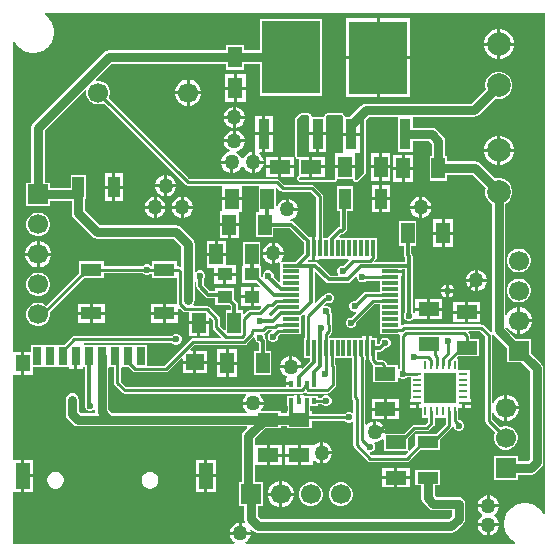
<source format=gtl>
G04*
G04 #@! TF.GenerationSoftware,Altium Limited,Altium Designer,22.8.2 (66)*
G04*
G04 Layer_Physical_Order=1*
G04 Layer_Color=255*
%FSLAX44Y44*%
%MOMM*%
G71*
G04*
G04 #@! TF.SameCoordinates,050CC896-B192-49FC-821C-D45D8B1C7AEE*
G04*
G04*
G04 #@! TF.FilePolarity,Positive*
G04*
G01*
G75*
%ADD11C,0.2540*%
%ADD15R,0.9500X2.6000*%
%ADD16R,4.9000X6.2000*%
%ADD17R,1.3000X1.1000*%
%ADD18R,1.1500X1.8000*%
%ADD19R,2.7000X2.6000*%
%ADD20R,0.2500X0.8000*%
%ADD21R,0.8000X0.2500*%
%ADD22R,1.8000X1.1500*%
%ADD23R,1.2300X1.8000*%
%ADD24R,1.8000X1.1000*%
%ADD25R,0.7000X1.6000*%
%ADD26R,1.2000X1.4000*%
%ADD27R,1.2000X2.2000*%
%ADD28R,1.6000X1.4000*%
%ADD29R,0.3500X0.5000*%
%ADD30R,1.8000X1.0000*%
%ADD31R,1.0000X1.8000*%
%ADD32R,1.4500X0.3000*%
%ADD33R,0.3000X1.4500*%
%ADD34R,1.8000X1.2300*%
%ADD60C,0.3000*%
%ADD61C,0.8000*%
%ADD62C,1.7000*%
%ADD63R,1.7000X1.7000*%
%ADD64C,2.0000*%
%ADD65R,1.7000X1.7000*%
%ADD66C,0.2000*%
%ADD67C,0.6000*%
%ADD68C,1.2700*%
G36*
X950000Y475111D02*
X948730Y474859D01*
X948544Y475308D01*
X946624Y478181D01*
X944181Y480624D01*
X941308Y482544D01*
X938116Y483866D01*
X934727Y484540D01*
X931273D01*
X927884Y483866D01*
X924692Y482544D01*
X921819Y480624D01*
X919376Y478181D01*
X917456Y475308D01*
X916134Y472116D01*
X915460Y468727D01*
Y465272D01*
X916134Y461884D01*
X917456Y458692D01*
X919376Y455819D01*
X921819Y453376D01*
X924692Y451456D01*
X925141Y451270D01*
X924889Y450000D01*
X696731D01*
X696391Y451270D01*
X697459Y451886D01*
X699114Y453541D01*
X700284Y455569D01*
X700863Y457730D01*
X683137D01*
X683716Y455569D01*
X684886Y453541D01*
X686541Y451886D01*
X687609Y451270D01*
X687269Y450000D01*
X500000D01*
Y494212D01*
X506570D01*
Y507752D01*
Y521292D01*
X500000D01*
Y593213D01*
X506570D01*
Y602752D01*
Y612293D01*
X500000D01*
Y874889D01*
X501270Y875141D01*
X501456Y874692D01*
X503376Y871819D01*
X505819Y869376D01*
X508692Y867456D01*
X511884Y866134D01*
X515272Y865460D01*
X518727D01*
X522116Y866134D01*
X525308Y867456D01*
X528181Y869376D01*
X530624Y871819D01*
X532544Y874692D01*
X533866Y877884D01*
X534540Y881273D01*
Y884727D01*
X533866Y888116D01*
X532544Y891308D01*
X530624Y894181D01*
X528181Y896624D01*
X526526Y897730D01*
X526911Y899000D01*
X950000D01*
Y475111D01*
D02*
G37*
%LPC*%
G36*
X912651Y885540D02*
X912270D01*
Y874270D01*
X923540D01*
Y874651D01*
X922685Y877840D01*
X921034Y880700D01*
X918700Y883035D01*
X915840Y884685D01*
X912651Y885540D01*
D02*
G37*
G36*
X909730D02*
X909349D01*
X906160Y884685D01*
X903300Y883035D01*
X900965Y880700D01*
X899315Y877840D01*
X898460Y874651D01*
Y874270D01*
X909730D01*
Y885540D01*
D02*
G37*
G36*
X761020Y894520D02*
X708980D01*
Y867627D01*
X695671D01*
Y872519D01*
X680331D01*
Y867627D01*
X580729D01*
X578575Y867198D01*
X576749Y865978D01*
X517020Y806249D01*
X515800Y804424D01*
X515372Y802270D01*
Y755820D01*
X510980D01*
Y735780D01*
X531020D01*
Y740172D01*
X549372D01*
Y730000D01*
X549800Y727846D01*
X551020Y726020D01*
X567020Y710020D01*
X568846Y708800D01*
X571000Y708372D01*
X635669D01*
X642372Y701669D01*
Y685112D01*
X641102Y684434D01*
X640811Y684628D01*
X639722Y684845D01*
X638520D01*
Y689020D01*
X617480D01*
Y685660D01*
X616210Y685182D01*
X615560Y685832D01*
X613899Y686520D01*
X612101D01*
X610440Y685832D01*
X609452Y684845D01*
X576520D01*
Y689020D01*
X555480D01*
Y679003D01*
X527924Y651447D01*
X527152Y652218D01*
X524868Y653537D01*
X522319Y654220D01*
X519681D01*
X517132Y653537D01*
X514848Y652218D01*
X512982Y650352D01*
X511663Y648068D01*
X510980Y645519D01*
Y642881D01*
X511663Y640332D01*
X512982Y638048D01*
X514848Y636182D01*
X517132Y634863D01*
X519681Y634180D01*
X522319D01*
X524868Y634863D01*
X527152Y636182D01*
X529018Y638048D01*
X530337Y640332D01*
X531020Y642881D01*
Y645519D01*
X530813Y646290D01*
X559503Y674980D01*
X576520D01*
Y679155D01*
X609452D01*
X610440Y678168D01*
X612101Y677480D01*
X613899D01*
X615560Y678168D01*
X616210Y678818D01*
X617480Y678340D01*
Y674980D01*
X638365D01*
Y666936D01*
X638345Y666836D01*
Y653179D01*
X638231Y653040D01*
X629270D01*
Y646270D01*
X639540D01*
Y649147D01*
X640713Y649633D01*
X643568Y646778D01*
X644491Y646161D01*
X645580Y645945D01*
X648710D01*
Y638270D01*
X657000D01*
X665290D01*
Y641723D01*
X666463Y642209D01*
X669155Y639517D01*
Y633304D01*
X669372Y632215D01*
X669988Y631292D01*
X676113Y625168D01*
X675627Y623994D01*
X652291D01*
X651203Y623778D01*
X650280Y623161D01*
X627926Y600807D01*
X612860D01*
Y618273D01*
X602820D01*
X602820Y618273D01*
X601860D01*
Y618273D01*
X601550Y618273D01*
X591820D01*
X591820Y618273D01*
X590860D01*
Y618273D01*
X590550Y618273D01*
X580820D01*
X580820Y618273D01*
X579860D01*
Y618273D01*
X579550Y618273D01*
X570130D01*
X569820Y618273D01*
Y618273D01*
X568860D01*
Y618273D01*
X559778D01*
X559593Y618458D01*
X559533Y619419D01*
X560155Y620155D01*
X634452D01*
X635440Y619168D01*
X637101Y618480D01*
X638899D01*
X640560Y619168D01*
X641832Y620440D01*
X642520Y622101D01*
Y623899D01*
X641832Y625560D01*
X640560Y626832D01*
X638899Y627520D01*
X637101D01*
X635440Y626832D01*
X634452Y625845D01*
X551587D01*
X550499Y625628D01*
X549576Y625011D01*
X542837Y618273D01*
X537130D01*
X536820Y618273D01*
X535860D01*
X535550Y618273D01*
X526130D01*
X525820Y618273D01*
X524860D01*
X524550Y618273D01*
X514820D01*
Y612293D01*
X509110D01*
Y602752D01*
Y593213D01*
X516380D01*
Y599232D01*
X524550D01*
X524860Y599232D01*
X525820D01*
X526130Y599232D01*
X535550D01*
X535860Y599232D01*
X536820D01*
X537130Y599232D01*
X546800D01*
Y598213D01*
X551570D01*
Y608753D01*
X554110D01*
Y598213D01*
X558880D01*
Y599232D01*
X560761D01*
Y568972D01*
X560814Y568705D01*
X560480Y567899D01*
Y566101D01*
X561168Y564440D01*
X562440Y563168D01*
X564101Y562480D01*
X565899D01*
X567560Y563168D01*
X567942Y563550D01*
X569212Y563024D01*
Y561160D01*
X568775Y560628D01*
X557018D01*
X555628Y562018D01*
Y572000D01*
X555200Y574154D01*
X553980Y575980D01*
X552154Y577200D01*
X550000Y577628D01*
X547846Y577200D01*
X546020Y575980D01*
X544800Y574154D01*
X544372Y572000D01*
Y559686D01*
X544800Y557533D01*
X546020Y555707D01*
X550707Y551020D01*
X552533Y549800D01*
X554686Y549372D01*
X697504D01*
X697990Y548199D01*
X695020Y545229D01*
X693800Y543403D01*
X693372Y541249D01*
Y502020D01*
X691180D01*
Y481980D01*
X695572D01*
Y470800D01*
X696000Y468646D01*
X696187Y468367D01*
X695488Y467375D01*
X695372Y467300D01*
X693270Y467863D01*
Y460270D01*
X700863D01*
X700457Y461788D01*
X701595Y462445D01*
X703020Y461020D01*
X704846Y459800D01*
X707000Y459372D01*
X871000D01*
X873154Y459800D01*
X874980Y461020D01*
X880980Y467020D01*
X882200Y468846D01*
X882628Y471000D01*
Y484000D01*
X882200Y486154D01*
X880980Y487980D01*
X879154Y489200D01*
X877000Y489628D01*
X858018D01*
X856628Y491017D01*
Y499480D01*
X861520D01*
Y512520D01*
X840480D01*
Y499480D01*
X845372D01*
Y488686D01*
X845800Y486533D01*
X847020Y484707D01*
X851707Y480020D01*
X853532Y478800D01*
X855686Y478372D01*
X871372D01*
Y473331D01*
X868669Y470628D01*
X709331D01*
X706828Y473131D01*
Y481980D01*
X711220D01*
Y502020D01*
X704628D01*
Y516710D01*
X714730D01*
Y525000D01*
Y533290D01*
X704628D01*
Y538918D01*
X713440Y547730D01*
X726520D01*
Y549372D01*
X731480D01*
Y547730D01*
X752520D01*
Y554155D01*
X780452D01*
X781440Y553168D01*
X783101Y552480D01*
X784899D01*
X786560Y553168D01*
X786695Y553303D01*
X787965Y552777D01*
Y533190D01*
X788182Y532101D01*
X788799Y531179D01*
X799988Y519989D01*
X800911Y519372D01*
X802000Y519155D01*
X833000D01*
X834089Y519372D01*
X835011Y519989D01*
X844503Y529480D01*
X861520D01*
Y538497D01*
X871012Y547989D01*
X871354Y548501D01*
X871521Y548535D01*
X872713Y548479D01*
X872742Y548467D01*
X873168Y547440D01*
X874440Y546168D01*
X876101Y545480D01*
X877899D01*
X879560Y546168D01*
X880832Y547440D01*
X881520Y549101D01*
Y550899D01*
X880832Y552560D01*
X879560Y553832D01*
X877899Y554520D01*
X877439D01*
X876845Y555115D01*
Y562000D01*
X876770Y562375D01*
Y565210D01*
X879730D01*
Y569000D01*
X881000D01*
Y570270D01*
X887540D01*
Y572790D01*
X886520D01*
Y586230D01*
Y596770D01*
X876770D01*
Y606520D01*
X876007D01*
X875521Y607693D01*
X876503Y608676D01*
X879520D01*
X879794Y608730D01*
X894520D01*
Y623270D01*
X886844D01*
Y626000D01*
X886628Y627089D01*
X886011Y628012D01*
X885171Y628852D01*
X885657Y630025D01*
X894952D01*
X899714Y625263D01*
Y554041D01*
X899931Y552952D01*
X900548Y552029D01*
X908192Y544385D01*
X907663Y543468D01*
X906980Y540919D01*
Y538281D01*
X907663Y535732D01*
X908982Y533448D01*
X910848Y531582D01*
X913132Y530263D01*
X915681Y529580D01*
X918319D01*
X920868Y530263D01*
X923152Y531582D01*
X925018Y533448D01*
X926337Y535732D01*
X927020Y538281D01*
Y540919D01*
X926337Y543468D01*
X925018Y545752D01*
X923152Y547618D01*
X920868Y548937D01*
X918319Y549620D01*
X915681D01*
X913132Y548937D01*
X912215Y548408D01*
X905404Y555219D01*
Y560716D01*
X906674Y560883D01*
X906712Y560739D01*
X908166Y558221D01*
X910221Y556166D01*
X912739Y554712D01*
X915547Y553960D01*
X915730D01*
Y565000D01*
Y576040D01*
X915547D01*
X912739Y575288D01*
X910221Y573834D01*
X908166Y571779D01*
X906712Y569261D01*
X906674Y569117D01*
X905404Y569284D01*
Y626441D01*
X905315Y626886D01*
X906512Y627382D01*
X907020Y626620D01*
X917980Y615661D01*
Y603580D01*
X930061D01*
X937372Y596269D01*
Y521218D01*
X935983Y519828D01*
X927020D01*
Y524220D01*
X906980D01*
Y504180D01*
X927020D01*
Y508572D01*
X938314D01*
X940468Y509000D01*
X942293Y510220D01*
X946980Y514907D01*
X948200Y516732D01*
X948628Y518886D01*
Y598600D01*
X948200Y600754D01*
X946980Y602580D01*
X938020Y611539D01*
Y623620D01*
X925939D01*
X916672Y632887D01*
X916784Y633888D01*
X917998Y634244D01*
X919166Y632221D01*
X921221Y630166D01*
X923739Y628712D01*
X926547Y627960D01*
X926730D01*
Y639000D01*
Y650040D01*
X926547D01*
X923739Y649288D01*
X921221Y647834D01*
X919166Y645779D01*
X917898Y643583D01*
X916628Y643923D01*
Y737947D01*
X918074Y738782D01*
X920218Y740927D01*
X921735Y743553D01*
X922520Y746483D01*
Y749517D01*
X921735Y752447D01*
X920218Y755073D01*
X918074Y757218D01*
X915447Y758735D01*
X912517Y759520D01*
X909483D01*
X907871Y759088D01*
X894979Y771980D01*
X893154Y773200D01*
X891000Y773628D01*
X867270D01*
Y778520D01*
X865628D01*
Y791000D01*
X865200Y793154D01*
X863980Y794979D01*
X858480Y800480D01*
X856654Y801700D01*
X854500Y802128D01*
X838070D01*
X838070Y811020D01*
X839194Y811372D01*
X890000D01*
X892154Y811800D01*
X893980Y813020D01*
X907871Y826912D01*
X909483Y826480D01*
X912517D01*
X915447Y827265D01*
X918074Y828782D01*
X920218Y830927D01*
X921735Y833553D01*
X922520Y836483D01*
Y839517D01*
X921735Y842447D01*
X920218Y845073D01*
X918074Y847218D01*
X915447Y848735D01*
X912517Y849520D01*
X909483D01*
X906553Y848735D01*
X903926Y847218D01*
X901782Y845073D01*
X900265Y842447D01*
X899480Y839517D01*
Y836483D01*
X899912Y834871D01*
X887669Y822628D01*
X798450D01*
X796296Y822200D01*
X794470Y820980D01*
X784511Y811020D01*
X781505D01*
X780555Y811730D01*
X780555Y812040D01*
X780350Y812535D01*
X780208Y813052D01*
X779459Y814012D01*
X779366Y814064D01*
X779325Y814163D01*
X778830Y814368D01*
X778364Y814633D01*
X778260Y814604D01*
X778162Y814645D01*
X766170D01*
X765860Y814517D01*
X765524Y814513D01*
X764445Y814053D01*
X764222Y813826D01*
X763927Y813703D01*
X763798Y813394D01*
X763564Y813154D01*
X763567Y812835D01*
X763445Y812540D01*
X763445Y811730D01*
X762271Y811520D01*
X753329D01*
X752155Y811730D01*
X752155Y812540D01*
X752033Y812835D01*
X752036Y813154D01*
X751802Y813394D01*
X751673Y813703D01*
X751378Y813826D01*
X751155Y814053D01*
X750076Y814514D01*
X749740Y814517D01*
X749430Y814645D01*
X744000D01*
X742837Y814163D01*
X738837Y810163D01*
X738355Y809000D01*
Y778770D01*
X738483Y778460D01*
X738486Y778124D01*
X738947Y777045D01*
X739174Y776822D01*
X739297Y776527D01*
X739606Y776398D01*
X739846Y776164D01*
X740165Y776167D01*
X740460Y776045D01*
X741480D01*
Y761595D01*
X741186Y761473D01*
X741061Y761171D01*
X740829Y760940D01*
X740343Y759766D01*
Y759439D01*
X740218Y759137D01*
X740343Y758834D01*
Y758507D01*
X740575Y758276D01*
X740700Y757973D01*
X741837Y756837D01*
X743000Y756355D01*
X772710D01*
X773873Y756837D01*
X774355Y758000D01*
Y758480D01*
X787645D01*
Y758000D01*
X788127Y756837D01*
X789290Y756355D01*
X791000D01*
X792163Y756837D01*
X798163Y762837D01*
X798645Y764000D01*
Y809000D01*
X798576Y809167D01*
X800781Y811372D01*
X824406D01*
X825530Y811020D01*
X825530Y810102D01*
Y781980D01*
X838070D01*
Y790872D01*
X852169D01*
X854372Y788669D01*
Y778520D01*
X852730D01*
Y757480D01*
X867270D01*
Y762372D01*
X888669D01*
X899912Y751129D01*
X899480Y749517D01*
Y746483D01*
X900265Y743553D01*
X901782Y740927D01*
X903926Y738782D01*
X905372Y737947D01*
Y630600D01*
X905593Y629488D01*
X904624Y628547D01*
X904488Y628535D01*
X898141Y634882D01*
X897219Y635498D01*
X896130Y635715D01*
X831128D01*
X830040Y635498D01*
X829290Y634997D01*
X828020Y635352D01*
Y647480D01*
Y657480D01*
Y667480D01*
Y676460D01*
X829040D01*
Y679230D01*
X819250D01*
Y681770D01*
X829040D01*
Y682421D01*
X831921D01*
Y646313D01*
X831168Y645560D01*
X830480Y643899D01*
Y642101D01*
X831168Y640440D01*
X832440Y639168D01*
X834101Y638480D01*
X835899D01*
X837560Y639168D01*
X838832Y640440D01*
X838920Y640653D01*
X840190Y640440D01*
Y640440D01*
X850460D01*
Y647460D01*
X840190D01*
Y645599D01*
X838920Y645347D01*
X838832Y645560D01*
X838079Y646313D01*
Y686000D01*
Y693501D01*
X837845Y694679D01*
X837177Y695678D01*
X837079Y695776D01*
Y702480D01*
X841270D01*
Y723520D01*
X826730D01*
Y702480D01*
X830921D01*
Y694500D01*
X831155Y693322D01*
X831823Y692323D01*
X831921Y692225D01*
Y688579D01*
X806207D01*
X805721Y689753D01*
X806282Y690313D01*
X806898Y691236D01*
X806947Y691480D01*
X807520D01*
Y709020D01*
X776263D01*
X775777Y710193D01*
X777505Y711921D01*
X778243D01*
X779421Y712155D01*
X780420Y712823D01*
X781844Y714247D01*
X782511Y715246D01*
X782746Y716424D01*
Y731480D01*
X787520D01*
Y752520D01*
X774480D01*
Y731480D01*
X776587D01*
Y718079D01*
X776229D01*
X775051Y717845D01*
X774052Y717177D01*
X767323Y710448D01*
X766655Y709449D01*
X766570Y709020D01*
X762345D01*
Y744500D01*
X762128Y745589D01*
X761512Y746512D01*
X755012Y753011D01*
X754089Y753628D01*
X753000Y753845D01*
X729178D01*
X725012Y758011D01*
X724089Y758628D01*
X723000Y758845D01*
X649178D01*
X580808Y827215D01*
X581337Y828132D01*
X582020Y830681D01*
Y833319D01*
X581337Y835868D01*
X580018Y838152D01*
X578152Y840018D01*
X575868Y841337D01*
X573319Y842020D01*
X570681D01*
X570442Y841956D01*
X569784Y843095D01*
X583060Y856370D01*
X680331D01*
Y851479D01*
X695671D01*
Y856370D01*
X708980D01*
Y829480D01*
X761020D01*
Y894520D01*
D02*
G37*
G36*
X836040Y895040D02*
X810270D01*
Y862770D01*
X836040D01*
Y895040D01*
D02*
G37*
G36*
X807730D02*
X781960D01*
Y862770D01*
X807730D01*
Y895040D01*
D02*
G37*
G36*
X923540Y871730D02*
X912270D01*
Y860460D01*
X912651D01*
X915840Y861315D01*
X918700Y862965D01*
X921034Y865300D01*
X922685Y868160D01*
X923540Y871349D01*
Y871730D01*
D02*
G37*
G36*
X909730D02*
X898460D01*
Y871349D01*
X899315Y868160D01*
X900965Y865300D01*
X903300Y862965D01*
X906160Y861315D01*
X909349Y860460D01*
X909730D01*
Y871730D01*
D02*
G37*
G36*
X696691Y847339D02*
X689271D01*
Y837069D01*
X696691D01*
Y847339D01*
D02*
G37*
G36*
X686731D02*
X679311D01*
Y837069D01*
X686731D01*
Y847339D01*
D02*
G37*
G36*
X649453Y843040D02*
X649270D01*
Y833270D01*
X659040D01*
Y833454D01*
X658288Y836261D01*
X656834Y838779D01*
X654779Y840834D01*
X652261Y842288D01*
X649453Y843040D01*
D02*
G37*
G36*
X646730D02*
X646547D01*
X643739Y842288D01*
X641221Y840834D01*
X639166Y838779D01*
X637712Y836261D01*
X636960Y833454D01*
Y833270D01*
X646730D01*
Y843040D01*
D02*
G37*
G36*
X836040Y860230D02*
X810270D01*
Y827960D01*
X836040D01*
Y860230D01*
D02*
G37*
G36*
X807730D02*
X781960D01*
Y827960D01*
X807730D01*
Y860230D01*
D02*
G37*
G36*
X696691Y834529D02*
X689271D01*
Y824259D01*
X696691D01*
Y834529D01*
D02*
G37*
G36*
X686731D02*
X679311D01*
Y824259D01*
X686731D01*
Y834529D01*
D02*
G37*
G36*
X659040Y830730D02*
X649270D01*
Y820960D01*
X649453D01*
X652261Y821712D01*
X654779Y823166D01*
X656834Y825221D01*
X658288Y827739D01*
X659040Y830547D01*
Y830730D01*
D02*
G37*
G36*
X646730D02*
X636960D01*
Y830547D01*
X637712Y827739D01*
X639166Y825221D01*
X641221Y823166D01*
X643739Y821712D01*
X646547Y820960D01*
X646730D01*
Y830730D01*
D02*
G37*
G36*
X688270Y819863D02*
Y812270D01*
X695863D01*
X695284Y814431D01*
X694114Y816459D01*
X692459Y818114D01*
X690431Y819284D01*
X688270Y819863D01*
D02*
G37*
G36*
X685730D02*
X683569Y819284D01*
X681541Y818114D01*
X679886Y816459D01*
X678716Y814431D01*
X678137Y812270D01*
X685730D01*
Y819863D01*
D02*
G37*
G36*
X695863Y809730D02*
X688270D01*
Y802137D01*
X690431Y802716D01*
X692459Y803886D01*
X694114Y805541D01*
X695284Y807569D01*
X695863Y809730D01*
D02*
G37*
G36*
X685730D02*
X678137D01*
X678716Y807569D01*
X679886Y805541D01*
X681541Y803886D01*
X683569Y802716D01*
X685730Y802137D01*
Y809730D01*
D02*
G37*
G36*
X719490Y812540D02*
X713470D01*
Y798270D01*
X719490D01*
Y812540D01*
D02*
G37*
G36*
X710930D02*
X704910D01*
Y798270D01*
X710930D01*
Y812540D01*
D02*
G37*
G36*
X688270Y799863D02*
Y792270D01*
X695863D01*
X695284Y794431D01*
X694114Y796459D01*
X692459Y798114D01*
X690431Y799284D01*
X688270Y799863D01*
D02*
G37*
G36*
X685730D02*
X683569Y799284D01*
X681541Y798114D01*
X679886Y796459D01*
X678716Y794431D01*
X678137Y792270D01*
X685730D01*
Y799863D01*
D02*
G37*
G36*
X912651Y795540D02*
X912270D01*
Y784270D01*
X923540D01*
Y784651D01*
X922685Y787840D01*
X921034Y790700D01*
X918700Y793035D01*
X915840Y794685D01*
X912651Y795540D01*
D02*
G37*
G36*
X909730D02*
X909349D01*
X906160Y794685D01*
X903300Y793035D01*
X900965Y790700D01*
X899315Y787840D01*
X898460Y784651D01*
Y784270D01*
X909730D01*
Y795540D01*
D02*
G37*
G36*
X719490Y795730D02*
X713470D01*
Y781460D01*
X719490D01*
Y795730D01*
D02*
G37*
G36*
X710930D02*
X704910D01*
Y782458D01*
X704270Y781966D01*
Y774270D01*
X711863D01*
X711284Y776431D01*
X710114Y778459D01*
X708459Y780114D01*
X708327Y780190D01*
X708667Y781460D01*
X710930D01*
Y795730D01*
D02*
G37*
G36*
X923540Y781730D02*
X912270D01*
Y770460D01*
X912651D01*
X915840Y771315D01*
X918700Y772965D01*
X921034Y775300D01*
X922685Y778160D01*
X923540Y781349D01*
Y781730D01*
D02*
G37*
G36*
X909730D02*
X898460D01*
Y781349D01*
X899315Y778160D01*
X900965Y775300D01*
X903300Y772965D01*
X906160Y771315D01*
X909349Y770460D01*
X909730D01*
Y781730D01*
D02*
G37*
G36*
X737340Y777690D02*
X727070D01*
Y770270D01*
X737340D01*
Y777690D01*
D02*
G37*
G36*
X724530D02*
X714260D01*
Y770270D01*
X724530D01*
Y777690D01*
D02*
G37*
G36*
X819290Y780540D02*
X812270D01*
Y770270D01*
X819290D01*
Y780540D01*
D02*
G37*
G36*
X809730D02*
X802710D01*
Y770270D01*
X809730D01*
Y780540D01*
D02*
G37*
G36*
X838290Y779540D02*
X831270D01*
Y769270D01*
X838290D01*
Y779540D01*
D02*
G37*
G36*
X828730D02*
X821710D01*
Y769270D01*
X828730D01*
Y779540D01*
D02*
G37*
G36*
X711863Y771730D02*
X704270D01*
Y764137D01*
X706431Y764716D01*
X708459Y765886D01*
X710114Y767541D01*
X711284Y769569D01*
X711863Y771730D01*
D02*
G37*
G36*
X695863Y789730D02*
X678137D01*
X678716Y787569D01*
X679886Y785541D01*
X681541Y783886D01*
X683073Y783002D01*
X682893Y781639D01*
X681569Y781284D01*
X679541Y780114D01*
X677886Y778459D01*
X676716Y776431D01*
X676137Y774270D01*
X685000D01*
Y773000D01*
X686270D01*
Y764137D01*
X688431Y764716D01*
X690459Y765886D01*
X692114Y767541D01*
X693284Y769569D01*
X693343Y769787D01*
X694657D01*
X694716Y769569D01*
X695886Y767541D01*
X697541Y765886D01*
X699569Y764716D01*
X701730Y764137D01*
Y773000D01*
Y781863D01*
X699569Y781284D01*
X697541Y780114D01*
X695886Y778459D01*
X694716Y776431D01*
X694657Y776213D01*
X693343D01*
X693284Y776431D01*
X692114Y778459D01*
X690459Y780114D01*
X688927Y780998D01*
X689107Y782361D01*
X690431Y782716D01*
X692459Y783886D01*
X694114Y785541D01*
X695284Y787569D01*
X695863Y789730D01*
D02*
G37*
G36*
X683730Y771730D02*
X676137D01*
X676716Y769569D01*
X677886Y767541D01*
X679541Y765886D01*
X681569Y764716D01*
X683730Y764137D01*
Y771730D01*
D02*
G37*
G36*
X737340Y767730D02*
X727070D01*
Y760310D01*
X737340D01*
Y767730D01*
D02*
G37*
G36*
X724530D02*
X714260D01*
Y760310D01*
X724530D01*
Y767730D01*
D02*
G37*
G36*
X819290Y767730D02*
X812270D01*
Y757460D01*
X819290D01*
Y767730D01*
D02*
G37*
G36*
X809730D02*
X802710D01*
Y757460D01*
X809730D01*
Y767730D01*
D02*
G37*
G36*
X838290Y766730D02*
X831270D01*
Y756460D01*
X838290D01*
Y766730D01*
D02*
G37*
G36*
X828730D02*
X821710D01*
Y756460D01*
X828730D01*
Y766730D01*
D02*
G37*
G36*
X818540Y753540D02*
X812270D01*
Y743270D01*
X818540D01*
Y753540D01*
D02*
G37*
G36*
X809730D02*
X803460D01*
Y743270D01*
X809730D01*
Y753540D01*
D02*
G37*
G36*
X846270Y743863D02*
Y736270D01*
X853863D01*
X853284Y738431D01*
X852114Y740459D01*
X850459Y742114D01*
X848431Y743284D01*
X846270Y743863D01*
D02*
G37*
G36*
X843730D02*
X841569Y743284D01*
X839541Y742114D01*
X837886Y740459D01*
X836716Y738431D01*
X836137Y736270D01*
X843730D01*
Y743863D01*
D02*
G37*
G36*
X818540Y740730D02*
X812270D01*
Y730460D01*
X818540D01*
Y740730D01*
D02*
G37*
G36*
X809730D02*
X803460D01*
Y730460D01*
X809730D01*
Y740730D01*
D02*
G37*
G36*
X853863Y733730D02*
X846270D01*
Y726137D01*
X848431Y726716D01*
X850459Y727886D01*
X852114Y729541D01*
X853284Y731569D01*
X853863Y733730D01*
D02*
G37*
G36*
X843730D02*
X836137D01*
X836716Y731569D01*
X837886Y729541D01*
X839541Y727886D01*
X841569Y726716D01*
X843730Y726137D01*
Y733730D01*
D02*
G37*
G36*
X872290Y724540D02*
X865270D01*
Y714270D01*
X872290D01*
Y724540D01*
D02*
G37*
G36*
X862730D02*
X855710D01*
Y714270D01*
X862730D01*
Y724540D01*
D02*
G37*
G36*
X522319Y730420D02*
X519681D01*
X517132Y729737D01*
X514848Y728418D01*
X512982Y726552D01*
X511663Y724268D01*
X510980Y721719D01*
Y719081D01*
X511663Y716532D01*
X512982Y714248D01*
X514848Y712382D01*
X517132Y711063D01*
X519681Y710380D01*
X522319D01*
X524868Y711063D01*
X527152Y712382D01*
X529018Y714248D01*
X530337Y716532D01*
X531020Y719081D01*
Y721719D01*
X530337Y724268D01*
X529018Y726552D01*
X527152Y728418D01*
X524868Y729737D01*
X522319Y730420D01*
D02*
G37*
G36*
X872290Y711730D02*
X865270D01*
Y701460D01*
X872290D01*
Y711730D01*
D02*
G37*
G36*
X862730D02*
X855710D01*
Y701460D01*
X862730D01*
Y711730D01*
D02*
G37*
G36*
X522453Y706040D02*
X522270D01*
Y696270D01*
X532040D01*
Y696453D01*
X531288Y699261D01*
X529834Y701779D01*
X527779Y703834D01*
X525261Y705288D01*
X522453Y706040D01*
D02*
G37*
G36*
X519730D02*
X519547D01*
X516739Y705288D01*
X514221Y703834D01*
X512166Y701779D01*
X510712Y699261D01*
X509960Y696453D01*
Y696270D01*
X519730D01*
Y706040D01*
D02*
G37*
G36*
X532040Y693730D02*
X522270D01*
Y683960D01*
X522453D01*
X525261Y684712D01*
X527779Y686166D01*
X529834Y688221D01*
X531288Y690739D01*
X532040Y693547D01*
Y693730D01*
D02*
G37*
G36*
X519730D02*
X509960D01*
Y693547D01*
X510712Y690739D01*
X512166Y688221D01*
X514221Y686166D01*
X516739Y684712D01*
X519547Y683960D01*
X519730D01*
Y693730D01*
D02*
G37*
G36*
X929319Y699820D02*
X926681D01*
X924132Y699137D01*
X921848Y697818D01*
X919982Y695952D01*
X918663Y693668D01*
X917980Y691119D01*
Y688481D01*
X918663Y685932D01*
X919982Y683648D01*
X921848Y681782D01*
X924132Y680463D01*
X926681Y679780D01*
X929319D01*
X931868Y680463D01*
X934152Y681782D01*
X936018Y683648D01*
X937337Y685932D01*
X938020Y688481D01*
Y691119D01*
X937337Y693668D01*
X936018Y695952D01*
X934152Y697818D01*
X931868Y699137D01*
X929319Y699820D01*
D02*
G37*
G36*
X893270Y681863D02*
Y674270D01*
X900863D01*
X900284Y676431D01*
X899114Y678459D01*
X897459Y680114D01*
X895431Y681284D01*
X893270Y681863D01*
D02*
G37*
G36*
X890730D02*
X888569Y681284D01*
X886541Y680114D01*
X884886Y678459D01*
X883716Y676431D01*
X883137Y674270D01*
X890730D01*
Y681863D01*
D02*
G37*
G36*
X869270Y669470D02*
Y665270D01*
X873470D01*
X872697Y667138D01*
X871138Y668697D01*
X869270Y669470D01*
D02*
G37*
G36*
X866730D02*
X864862Y668697D01*
X863303Y667138D01*
X862530Y665270D01*
X866730D01*
Y669470D01*
D02*
G37*
G36*
X900863Y671730D02*
X893270D01*
Y664137D01*
X895431Y664716D01*
X897459Y665886D01*
X899114Y667541D01*
X900284Y669569D01*
X900863Y671730D01*
D02*
G37*
G36*
X890730D02*
X883137D01*
X883716Y669569D01*
X884886Y667541D01*
X886541Y665886D01*
X888569Y664716D01*
X890730Y664137D01*
Y671730D01*
D02*
G37*
G36*
X522319Y679620D02*
X519681D01*
X517132Y678937D01*
X514848Y677618D01*
X512982Y675752D01*
X511663Y673468D01*
X510980Y670919D01*
Y668281D01*
X511663Y665732D01*
X512982Y663448D01*
X514848Y661582D01*
X517132Y660263D01*
X519681Y659580D01*
X522319D01*
X524868Y660263D01*
X527152Y661582D01*
X529018Y663448D01*
X530337Y665732D01*
X531020Y668281D01*
Y670919D01*
X530337Y673468D01*
X529018Y675752D01*
X527152Y677618D01*
X524868Y678937D01*
X522319Y679620D01*
D02*
G37*
G36*
X873470Y662730D02*
X869270D01*
Y658530D01*
X871138Y659303D01*
X872697Y660862D01*
X873470Y662730D01*
D02*
G37*
G36*
X866730D02*
X862530D01*
X863303Y660862D01*
X864862Y659303D01*
X866730Y658530D01*
Y662730D01*
D02*
G37*
G36*
X929319Y674420D02*
X926681D01*
X924132Y673737D01*
X921848Y672418D01*
X919982Y670552D01*
X918663Y668268D01*
X917980Y665719D01*
Y663081D01*
X918663Y660532D01*
X919982Y658248D01*
X921848Y656382D01*
X924132Y655063D01*
X926681Y654380D01*
X929319D01*
X931868Y655063D01*
X934152Y656382D01*
X936018Y658248D01*
X937337Y660532D01*
X938020Y663081D01*
Y665719D01*
X937337Y668268D01*
X936018Y670552D01*
X934152Y672418D01*
X931868Y673737D01*
X929319Y674420D01*
D02*
G37*
G36*
X863270Y657020D02*
X853000D01*
Y650000D01*
X863270D01*
Y657020D01*
D02*
G37*
G36*
X850460D02*
X840190D01*
Y650000D01*
X850460D01*
Y657020D01*
D02*
G37*
G36*
X895540Y654290D02*
X885270D01*
Y647270D01*
X895540D01*
Y654290D01*
D02*
G37*
G36*
X882730D02*
X872460D01*
Y647270D01*
X882730D01*
Y654290D01*
D02*
G37*
G36*
X577540Y653040D02*
X567270D01*
Y646270D01*
X577540D01*
Y653040D01*
D02*
G37*
G36*
X626730D02*
X616460D01*
Y646270D01*
X626730D01*
Y653040D01*
D02*
G37*
G36*
X564730D02*
X554460D01*
Y646270D01*
X564730D01*
Y653040D01*
D02*
G37*
G36*
X863270Y647460D02*
X853000D01*
Y640440D01*
X863270D01*
Y647460D01*
D02*
G37*
G36*
X929453Y650040D02*
X929270D01*
Y640270D01*
X939040D01*
Y640453D01*
X938288Y643261D01*
X936834Y645779D01*
X934779Y647834D01*
X932261Y649288D01*
X929453Y650040D01*
D02*
G37*
G36*
X895540Y644730D02*
X885270D01*
Y637710D01*
X895540D01*
Y644730D01*
D02*
G37*
G36*
X882730D02*
X872460D01*
Y637710D01*
X882730D01*
Y644730D01*
D02*
G37*
G36*
X639540Y643730D02*
X629270D01*
Y636960D01*
X639540D01*
Y643730D01*
D02*
G37*
G36*
X626730D02*
X616460D01*
Y636960D01*
X626730D01*
Y643730D01*
D02*
G37*
G36*
X577540D02*
X567270D01*
Y636960D01*
X577540D01*
Y643730D01*
D02*
G37*
G36*
X564730D02*
X554460D01*
Y636960D01*
X564730D01*
Y643730D01*
D02*
G37*
G36*
X939040Y637730D02*
X929270D01*
Y627960D01*
X929453D01*
X932261Y628712D01*
X934779Y630166D01*
X936834Y632221D01*
X938288Y634739D01*
X939040Y637547D01*
Y637730D01*
D02*
G37*
G36*
X665290Y635730D02*
X658270D01*
Y625460D01*
X665290D01*
Y635730D01*
D02*
G37*
G36*
X655730D02*
X648710D01*
Y625460D01*
X655730D01*
Y635730D01*
D02*
G37*
G36*
X918453Y576040D02*
X918270D01*
Y566270D01*
X928040D01*
Y566453D01*
X927288Y569261D01*
X925834Y571779D01*
X923779Y573834D01*
X921261Y575288D01*
X918453Y576040D01*
D02*
G37*
G36*
X887540Y567730D02*
X882270D01*
Y565210D01*
X887540D01*
Y567730D01*
D02*
G37*
G36*
X928040Y563730D02*
X918270D01*
Y553960D01*
X918453D01*
X921261Y554712D01*
X923779Y556166D01*
X925834Y558221D01*
X927288Y560739D01*
X928040Y563546D01*
Y563730D01*
D02*
G37*
G36*
X759730Y535863D02*
X757569Y535284D01*
X755541Y534114D01*
X754783Y533355D01*
X753540Y533290D01*
X753540Y533290D01*
X753540Y533290D01*
X743270D01*
Y525000D01*
Y516710D01*
X753540D01*
Y520091D01*
X754810Y520617D01*
X755541Y519886D01*
X757569Y518716D01*
X759730Y518137D01*
Y527000D01*
Y535863D01*
D02*
G37*
G36*
X762270D02*
Y528270D01*
X769863D01*
X769284Y530431D01*
X768114Y532459D01*
X766459Y534114D01*
X764431Y535284D01*
X762270Y535863D01*
D02*
G37*
G36*
X740730Y533290D02*
X730460D01*
Y526270D01*
X740730D01*
Y533290D01*
D02*
G37*
G36*
X727540D02*
X717270D01*
Y526270D01*
X727540D01*
Y533290D01*
D02*
G37*
G36*
X769863Y525730D02*
X762270D01*
Y518137D01*
X764431Y518716D01*
X766459Y519886D01*
X768114Y521541D01*
X769284Y523569D01*
X769863Y525730D01*
D02*
G37*
G36*
X740730Y523730D02*
X730460D01*
Y516710D01*
X740730D01*
Y523730D01*
D02*
G37*
G36*
X727540D02*
X717270D01*
Y516710D01*
X727540D01*
Y523730D01*
D02*
G37*
G36*
X516380Y521292D02*
X509110D01*
Y509022D01*
X516380D01*
Y521292D01*
D02*
G37*
G36*
X671380Y521292D02*
X664110D01*
Y509022D01*
X671380D01*
Y521292D01*
D02*
G37*
G36*
X661570D02*
X654300D01*
Y509022D01*
X661570D01*
Y521292D01*
D02*
G37*
G36*
X835540Y514290D02*
X825270D01*
Y507270D01*
X835540D01*
Y514290D01*
D02*
G37*
G36*
X822730D02*
X812460D01*
Y507270D01*
X822730D01*
Y514290D01*
D02*
G37*
G36*
X835540Y504730D02*
X825270D01*
Y497710D01*
X835540D01*
Y504730D01*
D02*
G37*
G36*
X822730D02*
X812460D01*
Y497710D01*
X822730D01*
Y504730D01*
D02*
G37*
G36*
X616767Y510793D02*
X614913D01*
X613123Y510313D01*
X611517Y509386D01*
X610207Y508075D01*
X609280Y506470D01*
X608800Y504679D01*
Y502826D01*
X609280Y501035D01*
X610207Y499430D01*
X611517Y498119D01*
X613123Y497192D01*
X614913Y496712D01*
X616767D01*
X618557Y497192D01*
X620163Y498119D01*
X621473Y499430D01*
X622400Y501035D01*
X622880Y502826D01*
Y504679D01*
X622400Y506470D01*
X621473Y508075D01*
X620163Y509386D01*
X618557Y510313D01*
X616767Y510793D01*
D02*
G37*
G36*
X536767D02*
X534913D01*
X533123Y510313D01*
X531517Y509386D01*
X530207Y508075D01*
X529280Y506470D01*
X528800Y504679D01*
Y502826D01*
X529280Y501035D01*
X530207Y499430D01*
X531517Y498119D01*
X533123Y497192D01*
X534913Y496712D01*
X536767D01*
X538557Y497192D01*
X540163Y498119D01*
X541473Y499430D01*
X542400Y501035D01*
X542880Y502826D01*
Y504679D01*
X542400Y506470D01*
X541473Y508075D01*
X540163Y509386D01*
X538557Y510313D01*
X536767Y510793D01*
D02*
G37*
G36*
X516380Y506483D02*
X509110D01*
Y494212D01*
X516380D01*
Y506483D01*
D02*
G37*
G36*
X671380Y506483D02*
X664110D01*
Y494212D01*
X671380D01*
Y506483D01*
D02*
G37*
G36*
X661570D02*
X654300D01*
Y494212D01*
X661570D01*
Y506483D01*
D02*
G37*
G36*
X728053Y503040D02*
X727870D01*
Y493270D01*
X737640D01*
Y493453D01*
X736888Y496261D01*
X735434Y498779D01*
X733379Y500834D01*
X730861Y502288D01*
X728053Y503040D01*
D02*
G37*
G36*
X725330D02*
X725147D01*
X722339Y502288D01*
X719821Y500834D01*
X717766Y498779D01*
X716312Y496261D01*
X715560Y493453D01*
Y493270D01*
X725330D01*
Y503040D01*
D02*
G37*
G36*
X903270Y490863D02*
Y483270D01*
X910863D01*
X910284Y485431D01*
X909114Y487459D01*
X907459Y489114D01*
X905431Y490284D01*
X903270Y490863D01*
D02*
G37*
G36*
X900730D02*
X898569Y490284D01*
X896541Y489114D01*
X894886Y487459D01*
X893716Y485431D01*
X893137Y483270D01*
X900730D01*
Y490863D01*
D02*
G37*
G36*
X778719Y502020D02*
X776081D01*
X773532Y501337D01*
X771248Y500018D01*
X769382Y498152D01*
X768063Y495868D01*
X767380Y493319D01*
Y490681D01*
X768063Y488132D01*
X769382Y485848D01*
X771248Y483982D01*
X773532Y482663D01*
X776081Y481980D01*
X778719D01*
X781268Y482663D01*
X783552Y483982D01*
X785418Y485848D01*
X786737Y488132D01*
X787420Y490681D01*
Y493319D01*
X786737Y495868D01*
X785418Y498152D01*
X783552Y500018D01*
X781268Y501337D01*
X778719Y502020D01*
D02*
G37*
G36*
X753319D02*
X750681D01*
X748132Y501337D01*
X745848Y500018D01*
X743982Y498152D01*
X742663Y495868D01*
X741980Y493319D01*
Y490681D01*
X742663Y488132D01*
X743982Y485848D01*
X745848Y483982D01*
X748132Y482663D01*
X750681Y481980D01*
X753319D01*
X755868Y482663D01*
X758152Y483982D01*
X760018Y485848D01*
X761337Y488132D01*
X762020Y490681D01*
Y493319D01*
X761337Y495868D01*
X760018Y498152D01*
X758152Y500018D01*
X755868Y501337D01*
X753319Y502020D01*
D02*
G37*
G36*
X737640Y490730D02*
X727870D01*
Y480960D01*
X728053D01*
X730861Y481712D01*
X733379Y483166D01*
X735434Y485221D01*
X736888Y487739D01*
X737640Y490547D01*
Y490730D01*
D02*
G37*
G36*
X725330D02*
X715560D01*
Y490547D01*
X716312Y487739D01*
X717766Y485221D01*
X719821Y483166D01*
X722339Y481712D01*
X725147Y480960D01*
X725330D01*
Y490730D01*
D02*
G37*
G36*
X910863Y480730D02*
X893137D01*
X893716Y478569D01*
X894886Y476541D01*
X896541Y474886D01*
X896976Y474635D01*
Y473365D01*
X896541Y473114D01*
X894886Y471459D01*
X893716Y469431D01*
X893137Y467270D01*
X910863D01*
X910284Y469431D01*
X909114Y471459D01*
X907459Y473114D01*
X907023Y473365D01*
Y474635D01*
X907459Y474886D01*
X909114Y476541D01*
X910284Y478569D01*
X910863Y480730D01*
D02*
G37*
G36*
X690730Y467863D02*
X688569Y467284D01*
X686541Y466114D01*
X684886Y464459D01*
X683716Y462431D01*
X683137Y460270D01*
X690730D01*
Y467863D01*
D02*
G37*
G36*
X910863Y464730D02*
X903270D01*
Y457137D01*
X905431Y457716D01*
X907459Y458886D01*
X909114Y460541D01*
X910284Y462569D01*
X910863Y464730D01*
D02*
G37*
G36*
X900730D02*
X893137D01*
X893716Y462569D01*
X894886Y460541D01*
X896541Y458886D01*
X898569Y457716D01*
X900730Y457137D01*
Y464730D01*
D02*
G37*
%LPD*%
G36*
X778910Y812040D02*
X778910Y811730D01*
Y797770D01*
X786200D01*
X793490D01*
Y810714D01*
X794760Y811240D01*
X797000Y809000D01*
Y764000D01*
X791000Y758000D01*
X789290D01*
Y767730D01*
X781000D01*
X772710D01*
Y758000D01*
X743000D01*
X741863Y759137D01*
X742349Y760310D01*
X750730D01*
Y769000D01*
Y777690D01*
X740460D01*
X740000Y778770D01*
Y809000D01*
X744000Y813000D01*
X749430D01*
X750510Y812540D01*
X750510Y811730D01*
Y798270D01*
X757800D01*
X765090D01*
Y811730D01*
X765090Y812540D01*
X766170Y813000D01*
X778162D01*
X778910Y812040D01*
D02*
G37*
G36*
X562044Y833558D02*
X561980Y833319D01*
Y830681D01*
X562663Y828132D01*
X563982Y825848D01*
X565848Y823982D01*
X568132Y822663D01*
X570681Y821980D01*
X573319D01*
X575868Y822663D01*
X576785Y823192D01*
X645988Y753988D01*
X646911Y753372D01*
X648000Y753155D01*
X676710D01*
Y743270D01*
X685000D01*
X693290D01*
Y753155D01*
X706723D01*
X707730Y752520D01*
Y731480D01*
X706981Y730520D01*
X705730D01*
Y709480D01*
X720270D01*
Y716920D01*
X734225D01*
X746421Y704725D01*
Y695775D01*
X739225Y688579D01*
X734750D01*
X734453Y688520D01*
X726888D01*
X726362Y689790D01*
X727114Y690541D01*
X728284Y692569D01*
X728863Y694730D01*
X721270D01*
Y687137D01*
X723431Y687716D01*
X724710Y688454D01*
X725980Y687721D01*
Y682480D01*
Y672263D01*
X724807Y671777D01*
X720509Y676075D01*
X720520Y676101D01*
Y677899D01*
X719832Y679560D01*
X718560Y680832D01*
X716899Y681520D01*
X715101D01*
X713440Y680832D01*
X712168Y679560D01*
X711480Y677899D01*
Y676864D01*
X710210Y676103D01*
X710053Y676187D01*
Y685194D01*
X709270D01*
Y705520D01*
X694730D01*
Y685194D01*
X694013D01*
Y671154D01*
X705698D01*
X708536Y668316D01*
X708050Y667143D01*
X703457D01*
Y659103D01*
Y651063D01*
X709380D01*
X709866Y649889D01*
X707822Y647845D01*
X700369D01*
X699281Y647628D01*
X698358Y647011D01*
X695443Y644097D01*
X694270Y644583D01*
Y647520D01*
X690079D01*
Y652290D01*
X689845Y653469D01*
X689177Y654468D01*
X687207Y656437D01*
Y666123D01*
X671168D01*
Y664079D01*
X666275D01*
X661079Y669275D01*
Y673687D01*
X661832Y674440D01*
X662520Y676101D01*
Y677899D01*
X661832Y679560D01*
X660560Y680832D01*
X658899Y681520D01*
X657101D01*
X655440Y680832D01*
X654898Y680290D01*
X653628Y680816D01*
Y704000D01*
X653200Y706154D01*
X651980Y707980D01*
X641980Y717980D01*
X640154Y719200D01*
X638000Y719628D01*
X573331D01*
X560628Y732331D01*
Y741480D01*
X561520D01*
Y762520D01*
X548480D01*
Y751428D01*
X531020D01*
Y755820D01*
X526628D01*
Y799939D01*
X560905Y834216D01*
X562044Y833558D01*
D02*
G37*
G36*
X725988Y748988D02*
X726911Y748372D01*
X728000Y748155D01*
X751822D01*
X756655Y743322D01*
Y710040D01*
X755770D01*
Y700250D01*
Y690460D01*
X758540D01*
Y691480D01*
X783798D01*
X784284Y690307D01*
X779497Y685520D01*
X778101D01*
X776440Y684832D01*
X775168Y683560D01*
X774480Y681899D01*
Y680101D01*
X775168Y678440D01*
X775299Y678309D01*
X774772Y677039D01*
X768253D01*
X757615Y687677D01*
X756616Y688345D01*
X755438Y688579D01*
X749593D01*
X749107Y689753D01*
X749354Y689999D01*
X750460Y690460D01*
Y690460D01*
X750460Y690460D01*
X753230D01*
Y700250D01*
Y710040D01*
X750460D01*
X750460Y710040D01*
Y710040D01*
X749361Y710493D01*
X737678Y722177D01*
X736679Y722844D01*
X735500Y723079D01*
X734229D01*
X734062Y724349D01*
X735431Y724716D01*
X737459Y725886D01*
X739114Y727541D01*
X740284Y729569D01*
X740863Y731730D01*
X732000D01*
Y733000D01*
X730730D01*
Y741863D01*
X728569Y741284D01*
X726541Y740114D01*
X724886Y738459D01*
X723716Y736431D01*
X723540Y735774D01*
X722270Y735941D01*
Y750911D01*
X723540Y751437D01*
X725988Y748988D01*
D02*
G37*
G36*
X764801Y671783D02*
X765800Y671115D01*
X766978Y670881D01*
X783004D01*
X784182Y671115D01*
X785181Y671783D01*
X789493Y676095D01*
X790763Y675569D01*
Y674817D01*
X791452Y673156D01*
X792723Y671885D01*
X794384Y671197D01*
X796183D01*
X797844Y671885D01*
X798615Y672655D01*
X810480D01*
Y663345D01*
X798500D01*
X797411Y663128D01*
X796488Y662512D01*
X789497Y655520D01*
X788101D01*
X786440Y654832D01*
X785168Y653560D01*
X784480Y651899D01*
Y650101D01*
X785168Y648440D01*
X786440Y647168D01*
X788101Y646480D01*
X789661D01*
X790118Y645812D01*
X790284Y645307D01*
X786497Y641520D01*
X785101D01*
X783440Y640832D01*
X782168Y639560D01*
X781480Y637899D01*
Y636101D01*
X782168Y634440D01*
X783440Y633168D01*
X785101Y632480D01*
X786899D01*
X788560Y633168D01*
X789832Y634440D01*
X790520Y636101D01*
Y637497D01*
X805678Y652655D01*
X810480D01*
Y647480D01*
Y637480D01*
Y627480D01*
X826222D01*
X827197Y626210D01*
X827155Y626000D01*
Y598406D01*
X826790Y598162D01*
X825520Y598841D01*
Y601270D01*
X816791D01*
X816628Y602089D01*
X816012Y603012D01*
X814012Y605011D01*
X813089Y605628D01*
X812000Y605845D01*
X808178D01*
X808081Y605942D01*
X807520Y606980D01*
Y612671D01*
X810500D01*
X811678Y612905D01*
X812677Y613573D01*
X814585Y615480D01*
X815899D01*
X817560Y616168D01*
X818832Y617440D01*
X819520Y619101D01*
Y620899D01*
X818832Y622560D01*
X817560Y623832D01*
X815899Y624520D01*
X814101D01*
X812440Y623832D01*
X811168Y622560D01*
X810480Y620899D01*
Y620085D01*
X809225Y618829D01*
X807520D01*
Y624520D01*
X803540D01*
Y625540D01*
X800770D01*
Y615750D01*
Y605960D01*
X801655D01*
Y605500D01*
X801872Y604411D01*
X802488Y603489D01*
X803771Y602206D01*
X804480Y601270D01*
X804480D01*
X804480Y601270D01*
Y586730D01*
X825520D01*
Y590291D01*
X826790Y590817D01*
X827440Y590168D01*
X829101Y589480D01*
X830899D01*
X832560Y590168D01*
X833548Y591155D01*
X836480D01*
Y581230D01*
Y572790D01*
X835460D01*
Y570270D01*
X842000D01*
Y569000D01*
X843270D01*
Y565210D01*
X846230D01*
Y556480D01*
X851155D01*
Y553178D01*
X848822Y550845D01*
X839251D01*
X838162Y550628D01*
X837239Y550011D01*
X830497Y543270D01*
X815320D01*
X814966Y543730D01*
X806000D01*
Y545000D01*
X804730D01*
Y553863D01*
X802569Y553284D01*
X800541Y552114D01*
X799325Y550897D01*
X798055Y551423D01*
Y605960D01*
X798230D01*
Y615750D01*
Y625540D01*
X795460D01*
Y624520D01*
X767345D01*
Y626247D01*
X769043Y627946D01*
X769660Y628869D01*
X769877Y629957D01*
Y635599D01*
X769660Y636687D01*
X769655Y636696D01*
Y644045D01*
X769438Y645134D01*
X769122Y645607D01*
X769322Y646090D01*
Y647888D01*
X768634Y649550D01*
X767363Y650821D01*
X765702Y651509D01*
X763903D01*
X763591Y651380D01*
X762872Y652457D01*
X764541Y654126D01*
X766101Y653480D01*
X767899D01*
X769560Y654168D01*
X770832Y655440D01*
X771520Y657101D01*
Y658899D01*
X770832Y660560D01*
X769560Y661832D01*
X767899Y662520D01*
X766101D01*
X764440Y661832D01*
X763168Y660560D01*
X762947Y660027D01*
X762642Y659966D01*
X761719Y659350D01*
X756194Y653825D01*
X755024Y654451D01*
X755079Y654729D01*
Y679845D01*
X756253Y680331D01*
X764801Y671783D01*
D02*
G37*
G36*
X654921Y672344D02*
Y668000D01*
X655155Y666822D01*
X655823Y665823D01*
X662823Y658823D01*
X663822Y658155D01*
X665000Y657921D01*
X671168D01*
Y652083D01*
X682853D01*
X683921Y651015D01*
Y647520D01*
X679730D01*
Y631256D01*
X678556Y630770D01*
X674844Y634482D01*
Y640695D01*
X674628Y641784D01*
X674011Y642707D01*
X665917Y650801D01*
X664994Y651418D01*
X663905Y651634D01*
X653249D01*
X652570Y652904D01*
X653200Y653846D01*
X653628Y656000D01*
Y671681D01*
X654898Y672359D01*
X654921Y672344D01*
D02*
G37*
G36*
X746687Y643265D02*
X746655Y643108D01*
Y624520D01*
X746480D01*
Y606980D01*
X751421D01*
Y604775D01*
X744937Y598292D01*
X744324Y598730D01*
X726137D01*
X726716Y596569D01*
X727886Y594541D01*
X729541Y592886D01*
X731569Y591716D01*
X732150Y591560D01*
X731983Y590290D01*
X730960D01*
Y586520D01*
X735250D01*
Y583980D01*
X730960D01*
Y582805D01*
X595407D01*
X590915Y587297D01*
Y598352D01*
X591820Y599232D01*
X597837D01*
X601119Y595951D01*
X602041Y595334D01*
X603130Y595118D01*
X629104D01*
X630193Y595334D01*
X631116Y595951D01*
X642127Y606962D01*
X643300Y606476D01*
Y605023D01*
X652570D01*
Y613292D01*
X650117D01*
X649631Y614466D01*
X653470Y618305D01*
X695587D01*
X696676Y618521D01*
X697599Y619138D01*
X703210Y624750D01*
X704480Y624224D01*
Y623671D01*
X705168Y622010D01*
X706440Y620738D01*
X707921Y620125D01*
Y613520D01*
X703730D01*
Y592480D01*
X718270D01*
Y613520D01*
X714079D01*
Y621758D01*
X713845Y622937D01*
X713456Y623518D01*
X713520Y623671D01*
Y625469D01*
X712832Y627130D01*
X712572Y627390D01*
X712904Y628731D01*
X712968Y628791D01*
X713832Y629369D01*
X715519Y631055D01*
X718941D01*
X719000Y629810D01*
X717339Y629122D01*
X716067Y627850D01*
X715379Y626189D01*
Y624391D01*
X716067Y622730D01*
X717339Y621458D01*
X719000Y620770D01*
X720798D01*
X722459Y621458D01*
X723731Y622730D01*
X724419Y624391D01*
Y626189D01*
X724974Y626867D01*
X725980Y627480D01*
X725980Y627480D01*
X725980Y627480D01*
X743520D01*
Y632480D01*
Y642570D01*
X743949Y642655D01*
X744948Y643323D01*
X745516Y643891D01*
X746687Y643265D01*
D02*
G37*
G36*
X786655Y573904D02*
X786872Y572816D01*
X787488Y571893D01*
X787965Y571416D01*
Y561223D01*
X786695Y560697D01*
X786560Y560832D01*
X784899Y561520D01*
X783101D01*
X781440Y560832D01*
X780452Y559845D01*
X752520D01*
Y562270D01*
X751329D01*
Y566730D01*
X758020D01*
Y567905D01*
X761702D01*
X762440Y567168D01*
X764101Y566480D01*
X765899D01*
X767560Y567168D01*
X768832Y568440D01*
X769520Y570101D01*
Y571899D01*
X768832Y573560D01*
X767560Y574832D01*
X765899Y575520D01*
X764101D01*
X762440Y574832D01*
X761202Y573595D01*
X758020D01*
Y574770D01*
X746040D01*
Y575790D01*
X743020D01*
Y570750D01*
X740480D01*
Y575790D01*
X737460D01*
Y574770D01*
X731980D01*
Y566730D01*
X732171D01*
Y562270D01*
X731480D01*
Y560628D01*
X726520D01*
Y562270D01*
X710501D01*
X710015Y563443D01*
X710114Y563541D01*
X711284Y565569D01*
X711863Y567730D01*
X694137D01*
X694716Y565569D01*
X695886Y563541D01*
X697530Y561898D01*
X697529Y561842D01*
X697180Y560628D01*
X583331D01*
X580468Y563491D01*
Y598108D01*
X580820Y599232D01*
X585225D01*
Y586119D01*
X585442Y585030D01*
X586059Y584107D01*
X592217Y577948D01*
X593140Y577332D01*
X594229Y577115D01*
X696893D01*
X697273Y575845D01*
X695886Y574459D01*
X694716Y572431D01*
X694137Y570270D01*
X711863D01*
X711284Y572431D01*
X710114Y574459D01*
X708727Y575845D01*
X709107Y577115D01*
X744656D01*
X745744Y577332D01*
X746667Y577948D01*
X747138Y578419D01*
X747726Y577831D01*
X748649Y577214D01*
X749738Y576997D01*
X765842D01*
X766931Y577214D01*
X767854Y577831D01*
X772782Y582758D01*
X773398Y583681D01*
X773615Y584770D01*
Y599840D01*
X773398Y600928D01*
X772782Y601851D01*
X772345Y602288D01*
Y606980D01*
X786655D01*
Y573904D01*
D02*
G37*
G36*
X866155Y551179D02*
X857497Y542520D01*
X840480D01*
Y533503D01*
X835790Y528814D01*
X834520Y529339D01*
Y539247D01*
X840429Y545155D01*
X850000D01*
X851089Y545372D01*
X852011Y545989D01*
X856012Y549989D01*
X856628Y550911D01*
X856845Y552000D01*
Y556480D01*
X866155D01*
Y551179D01*
D02*
G37*
G36*
X813480Y538112D02*
Y528730D01*
X833911D01*
X834437Y527460D01*
X831822Y524845D01*
X803178D01*
X801813Y526210D01*
X802339Y527480D01*
X802899D01*
X804560Y528168D01*
X805832Y529440D01*
X806520Y531101D01*
Y532899D01*
X805832Y534560D01*
X805552Y534840D01*
X806078Y536110D01*
X807170D01*
X809431Y536716D01*
X811459Y537886D01*
X812210Y538638D01*
X813480Y538112D01*
D02*
G37*
%LPC*%
G36*
X765090Y795730D02*
X759070D01*
Y781460D01*
X765090D01*
Y795730D01*
D02*
G37*
G36*
X756530D02*
X750510D01*
Y781460D01*
X756530D01*
Y795730D01*
D02*
G37*
G36*
X753270Y777690D02*
Y770270D01*
X763540D01*
Y777690D01*
X753270D01*
D02*
G37*
G36*
X793490Y795230D02*
X786200D01*
X778910D01*
Y781810D01*
X778910Y780960D01*
X777814Y780540D01*
X772710D01*
Y770270D01*
X781000D01*
X789290D01*
Y779690D01*
X789290Y780540D01*
X790386Y780960D01*
X793490D01*
Y795230D01*
D02*
G37*
G36*
X763540Y767730D02*
X753270D01*
Y760310D01*
X763540D01*
Y767730D01*
D02*
G37*
G36*
X630270Y761863D02*
Y754270D01*
X637863D01*
X637284Y756431D01*
X636114Y758459D01*
X634459Y760114D01*
X632431Y761284D01*
X630270Y761863D01*
D02*
G37*
G36*
X627730D02*
X625569Y761284D01*
X623541Y760114D01*
X621886Y758459D01*
X620716Y756431D01*
X620137Y754270D01*
X627730D01*
Y761863D01*
D02*
G37*
G36*
X592540Y763540D02*
X586270D01*
Y753270D01*
X592540D01*
Y763540D01*
D02*
G37*
G36*
X583730D02*
X577460D01*
Y753270D01*
X583730D01*
Y763540D01*
D02*
G37*
G36*
X637863Y751730D02*
X630270D01*
Y744137D01*
X632431Y744716D01*
X634459Y745886D01*
X636114Y747541D01*
X637284Y749569D01*
X637863Y751730D01*
D02*
G37*
G36*
X627730D02*
X620137D01*
X620716Y749569D01*
X621886Y747541D01*
X623541Y745886D01*
X625569Y744716D01*
X627730Y744137D01*
Y751730D01*
D02*
G37*
G36*
X592540Y750730D02*
X586270D01*
Y740460D01*
X592540D01*
Y750730D01*
D02*
G37*
G36*
X583730D02*
X577460D01*
Y740460D01*
X583730D01*
Y750730D01*
D02*
G37*
G36*
X644270Y743863D02*
Y736270D01*
X651863D01*
X651284Y738431D01*
X650114Y740459D01*
X648459Y742114D01*
X646431Y743284D01*
X644270Y743863D01*
D02*
G37*
G36*
X641730D02*
X639569Y743284D01*
X637541Y742114D01*
X635886Y740459D01*
X634716Y738431D01*
X634137Y736270D01*
X641730D01*
Y743863D01*
D02*
G37*
G36*
X621270D02*
Y736270D01*
X628863D01*
X628284Y738431D01*
X627114Y740459D01*
X625459Y742114D01*
X623431Y743284D01*
X621270Y743863D01*
D02*
G37*
G36*
X618730D02*
X616569Y743284D01*
X614541Y742114D01*
X612886Y740459D01*
X611716Y738431D01*
X611137Y736270D01*
X618730D01*
Y743863D01*
D02*
G37*
G36*
X651863Y733730D02*
X644270D01*
Y726137D01*
X646431Y726716D01*
X648459Y727886D01*
X650114Y729541D01*
X651284Y731569D01*
X651863Y733730D01*
D02*
G37*
G36*
X641730D02*
X634137D01*
X634716Y731569D01*
X635886Y729541D01*
X637541Y727886D01*
X639569Y726716D01*
X641730Y726137D01*
Y733730D01*
D02*
G37*
G36*
X628863D02*
X621270D01*
Y726137D01*
X623431Y726716D01*
X625459Y727886D01*
X627114Y729541D01*
X628284Y731569D01*
X628863Y733730D01*
D02*
G37*
G36*
X618730D02*
X611137D01*
X611716Y731569D01*
X612886Y729541D01*
X614541Y727886D01*
X616569Y726716D01*
X618730Y726137D01*
Y733730D01*
D02*
G37*
G36*
X693290Y740730D02*
X685000D01*
X676710D01*
Y731540D01*
X674710D01*
Y721270D01*
X683000D01*
X691290D01*
Y730460D01*
X693290D01*
Y740730D01*
D02*
G37*
G36*
X691290Y718730D02*
X684270D01*
Y708460D01*
X691290D01*
Y718730D01*
D02*
G37*
G36*
X681730D02*
X674710D01*
Y708460D01*
X681730D01*
Y718730D01*
D02*
G37*
G36*
X721270Y704863D02*
Y697270D01*
X728863D01*
X728284Y699431D01*
X727114Y701459D01*
X725459Y703114D01*
X723431Y704284D01*
X721270Y704863D01*
D02*
G37*
G36*
X718730D02*
X716569Y704284D01*
X714541Y703114D01*
X712886Y701459D01*
X711716Y699431D01*
X711137Y697270D01*
X718730D01*
Y704863D01*
D02*
G37*
G36*
X680290Y706540D02*
X673270D01*
Y696270D01*
X680290D01*
Y706540D01*
D02*
G37*
G36*
X670730D02*
X663710D01*
Y696270D01*
X670730D01*
Y706540D01*
D02*
G37*
G36*
X718730Y694730D02*
X711137D01*
X711716Y692569D01*
X712886Y690541D01*
X714541Y688886D01*
X716569Y687716D01*
X718730Y687137D01*
Y694730D01*
D02*
G37*
G36*
X680290Y693730D02*
X672000D01*
X663710D01*
Y683460D01*
X670102D01*
Y679281D01*
X688182D01*
Y686051D01*
X680290D01*
Y693730D01*
D02*
G37*
G36*
X688182Y676741D02*
X680412D01*
Y669971D01*
X688182D01*
Y676741D01*
D02*
G37*
G36*
X677872D02*
X670102D01*
Y669971D01*
X677872D01*
Y676741D01*
D02*
G37*
G36*
X700918Y667143D02*
X693148D01*
Y660373D01*
X700918D01*
Y667143D01*
D02*
G37*
G36*
Y657833D02*
X693148D01*
Y651063D01*
X700918D01*
Y657833D01*
D02*
G37*
G36*
X733270Y741863D02*
Y734270D01*
X740863D01*
X740284Y736431D01*
X739114Y738459D01*
X737459Y740114D01*
X735431Y741284D01*
X733270Y741863D01*
D02*
G37*
G36*
X826540Y572290D02*
X816270D01*
Y565270D01*
X826540D01*
Y572290D01*
D02*
G37*
G36*
X813730D02*
X803460D01*
Y565270D01*
X813730D01*
Y572290D01*
D02*
G37*
G36*
X840730Y567730D02*
X835460D01*
Y565210D01*
X840730D01*
Y567730D01*
D02*
G37*
G36*
X826540Y562730D02*
X816270D01*
Y555710D01*
X826540D01*
Y562730D01*
D02*
G37*
G36*
X813730D02*
X803460D01*
Y555710D01*
X813730D01*
Y562730D01*
D02*
G37*
G36*
X807270Y553863D02*
Y546270D01*
X814863D01*
X814284Y548431D01*
X813114Y550459D01*
X811459Y552114D01*
X809431Y553284D01*
X807270Y553863D01*
D02*
G37*
G36*
X664380Y613292D02*
X655110D01*
Y605023D01*
X664380D01*
Y613292D01*
D02*
G37*
G36*
X689290Y614540D02*
X682270D01*
Y604270D01*
X689290D01*
Y614540D01*
D02*
G37*
G36*
X679730D02*
X672710D01*
Y604270D01*
X679730D01*
Y614540D01*
D02*
G37*
G36*
X736270Y608863D02*
Y601270D01*
X743863D01*
X743284Y603431D01*
X742114Y605459D01*
X740459Y607114D01*
X738431Y608284D01*
X736270Y608863D01*
D02*
G37*
G36*
X733730D02*
X731569Y608284D01*
X729541Y607114D01*
X727886Y605459D01*
X726716Y603431D01*
X726137Y601270D01*
X733730D01*
Y608863D01*
D02*
G37*
G36*
X664380Y602482D02*
X655110D01*
Y594212D01*
X664380D01*
Y602482D01*
D02*
G37*
G36*
X652570D02*
X643300D01*
Y594212D01*
X652570D01*
Y602482D01*
D02*
G37*
G36*
X689290Y601730D02*
X682270D01*
Y591460D01*
X689290D01*
Y601730D01*
D02*
G37*
G36*
X679730D02*
X672710D01*
Y591460D01*
X679730D01*
Y601730D01*
D02*
G37*
%LPD*%
D11*
X723000Y756000D02*
X728000Y751000D01*
X753000D01*
X648000Y756000D02*
X723000D01*
X753000Y751000D02*
X759500Y744500D01*
Y700250D02*
Y744500D01*
X572000Y832000D02*
X648000Y756000D01*
X719141Y652000D02*
X722641Y655500D01*
X716000Y652000D02*
X719141D01*
X722641Y655500D02*
X734750D01*
X709000Y645000D02*
X716000Y652000D01*
X700369Y645000D02*
X709000D01*
X721967Y633900D02*
X723567Y635500D01*
X734750D01*
X714341Y633900D02*
X721967D01*
X724309Y630500D02*
X734750D01*
X719899Y626090D02*
X724309Y630500D01*
X719899Y625290D02*
Y626090D01*
X711821Y631380D02*
X714341Y633900D01*
X703276Y631380D02*
X711821D01*
X701788Y627351D02*
Y629892D01*
X703276Y631380D01*
X695540Y640171D02*
X700369Y645000D01*
X695587Y621150D02*
X701788Y627351D01*
X652291Y621150D02*
X695587D01*
X801736Y689790D02*
X804270Y692324D01*
X779000Y681000D02*
X787790Y689790D01*
X801736D01*
X839000Y608000D02*
X851196D01*
X853980Y601020D02*
Y605216D01*
X851196Y608000D02*
X853980Y605216D01*
Y601020D02*
X854000Y601000D01*
X868000Y664000D02*
X883000D01*
X892000Y673000D01*
X830000Y626000D02*
X832810Y628810D01*
X881190D02*
X884000Y626000D01*
X828988Y630730D02*
X831128Y632870D01*
X896130D02*
X902559Y626441D01*
X832810Y628810D02*
X881190D01*
X831128Y632870D02*
X896130D01*
X868000Y611000D02*
Y622000D01*
X864000Y601000D02*
X864020Y601020D01*
Y607020D01*
X868000Y611000D01*
X806000Y545000D02*
X808749D01*
X813749Y550000D01*
X830000D01*
X832000Y552000D01*
Y567000D01*
X834000Y569000D02*
X842000D01*
X832000Y567000D02*
X834000Y569000D01*
X869020Y601020D02*
Y605216D01*
X875325Y611520D02*
X879520D01*
X869000Y601000D02*
X869020Y601020D01*
Y605216D02*
X875325Y611520D01*
X879520D02*
X884000Y616000D01*
Y626000D01*
X902559Y554041D02*
Y626441D01*
Y554041D02*
X917000Y539600D01*
X795284Y675716D02*
X795500Y675500D01*
X819250D01*
X695540Y626844D02*
Y640171D01*
X763730Y657338D02*
X766338D01*
X749500Y615750D02*
Y643108D01*
X763730Y657338D01*
X766338D02*
X767000Y658000D01*
X789000Y651000D02*
X798500Y660500D01*
X786000Y637000D02*
X804500Y655500D01*
X819250D01*
X798500Y660500D02*
X819250D01*
X790810Y533190D02*
Y572594D01*
X746000Y557000D02*
X784000D01*
X789500Y573904D02*
X790810Y572594D01*
Y533190D02*
X802000Y522000D01*
X789500Y573904D02*
Y615750D01*
X802000Y522000D02*
X833000D01*
X801064Y532000D02*
X802000D01*
X797006Y536045D02*
X797019D01*
X795210Y537841D02*
X797006Y536045D01*
X797019D02*
X801064Y532000D01*
X795210Y537841D02*
Y608282D01*
X819480Y630730D02*
X828988D01*
X830000Y594000D02*
Y626000D01*
X819250Y630500D02*
X819480Y630730D01*
X814000Y595000D02*
X815000Y594000D01*
X814000Y595000D02*
Y601000D01*
X812000Y603000D02*
X814000Y601000D01*
X807000Y603000D02*
X812000D01*
X804500Y605500D02*
X807000Y603000D01*
X804500Y605500D02*
Y615750D01*
X744000Y557000D02*
X746000D01*
X742000Y555000D02*
X744000Y557000D01*
X794500Y615750D02*
X794730Y615520D01*
Y608762D02*
Y615520D01*
Y608762D02*
X795210Y608282D01*
X833000Y522000D02*
X847000Y536000D01*
X754750Y570750D02*
X764750D01*
X765000Y571000D01*
X693905Y625210D02*
X695540Y626844D01*
X672000Y633304D02*
X680094Y625210D01*
X663905Y648790D02*
X672000Y640695D01*
Y633304D02*
Y640695D01*
X680094Y625210D02*
X693905D01*
X641190Y653179D02*
X645580Y648790D01*
X641190Y666836D02*
X641210Y666856D01*
X645580Y648790D02*
X663905D01*
X641210Y666856D02*
Y680512D01*
X639722Y682000D02*
X641210Y680512D01*
X641190Y653179D02*
Y666836D01*
X629104Y597962D02*
X652291Y621150D01*
X628000Y682000D02*
X639722D01*
X551587Y623000D02*
X638000D01*
X748250Y581330D02*
Y584500D01*
X594229Y579960D02*
X744656D01*
X749738Y579842D02*
X765842D01*
X603130Y597962D02*
X629104D01*
X588070Y586119D02*
X594229Y579960D01*
X744656D02*
X746290Y581595D01*
X748250Y581330D02*
X749738Y579842D01*
X541840Y613252D02*
X551587Y623000D01*
X613000Y682000D02*
X628000D01*
X566000D02*
X613000D01*
X628000D02*
X628000Y682000D01*
X566000D02*
X566000Y682000D01*
X562500Y682000D02*
X566000D01*
X804270Y692324D02*
Y700020D01*
X804500Y700250D01*
X541840Y608753D02*
Y613252D01*
X588070Y586119D02*
Y606522D01*
X746290Y581595D02*
Y582540D01*
X585840Y608753D02*
X588070Y606522D01*
X746290Y582540D02*
X747770Y584020D01*
Y584770D01*
X748250Y585250D01*
X769500Y601110D02*
X770770Y599840D01*
Y584770D02*
Y599840D01*
X769500Y601110D02*
Y615750D01*
X765842Y579842D02*
X770770Y584770D01*
X764500Y615750D02*
Y627425D01*
X763960Y594000D02*
X764500Y594540D01*
Y615750D01*
X596840Y604253D02*
X603130Y597962D01*
X596840Y604253D02*
Y608753D01*
X874000Y553936D02*
X877000Y550936D01*
Y550000D02*
Y550936D01*
X874000Y553936D02*
Y562000D01*
X928000Y689800D02*
Y690000D01*
X521000Y644200D02*
X524700D01*
X562500Y682000D01*
X766810Y635821D02*
Y644045D01*
X764500Y627425D02*
X767032Y629957D01*
X766810Y635821D02*
X767032Y635599D01*
Y629957D02*
Y635599D01*
X764802Y646053D02*
X766810Y644045D01*
X764802Y646053D02*
Y646989D01*
X830000Y594000D02*
X842000D01*
X847000Y536000D02*
X851000D01*
X854000Y552000D02*
Y562000D01*
X850000Y548000D02*
X854000Y552000D01*
X839251Y548000D02*
X850000D01*
X824000Y536000D02*
X827250D01*
X839251Y548000D01*
X855000Y536000D02*
X869000Y550000D01*
X851000Y536000D02*
X855000D01*
X869000Y550000D02*
Y562000D01*
X857000Y610000D02*
Y616000D01*
X853000Y620000D02*
X857000Y616000D01*
X859000Y601000D02*
Y608000D01*
X857000Y610000D02*
X859000Y608000D01*
D15*
X786200Y796500D02*
D03*
X831800D02*
D03*
X712200Y797000D02*
D03*
X757800D02*
D03*
D16*
X809000Y861500D02*
D03*
X735000Y862000D02*
D03*
D17*
X679142Y678011D02*
D03*
X702033Y678174D02*
D03*
X679187Y659103D02*
D03*
X702188D02*
D03*
D18*
X834000Y713000D02*
D03*
X864000D02*
D03*
X713000Y720000D02*
D03*
X683000D02*
D03*
X702000Y695000D02*
D03*
X672000D02*
D03*
X711000Y603000D02*
D03*
X681000D02*
D03*
X715000Y742000D02*
D03*
X685000D02*
D03*
X687000Y637000D02*
D03*
X657000D02*
D03*
X830000Y768000D02*
D03*
X860000D02*
D03*
X811000Y769000D02*
D03*
X781000D02*
D03*
D19*
X861500Y581500D02*
D03*
D20*
X874000Y562000D02*
D03*
X869000D02*
D03*
X864000D02*
D03*
X859000D02*
D03*
X854000D02*
D03*
X849000D02*
D03*
Y601000D02*
D03*
X854000D02*
D03*
X859000D02*
D03*
X864000D02*
D03*
X869000D02*
D03*
X874000D02*
D03*
D21*
X842000Y569000D02*
D03*
Y574000D02*
D03*
Y579000D02*
D03*
Y584000D02*
D03*
Y589000D02*
D03*
Y594000D02*
D03*
X881000D02*
D03*
Y589000D02*
D03*
Y584000D02*
D03*
Y579000D02*
D03*
Y574000D02*
D03*
Y569000D02*
D03*
D22*
X815000Y594000D02*
D03*
Y564000D02*
D03*
X824000Y536000D02*
D03*
Y506000D02*
D03*
X884000Y616000D02*
D03*
Y646000D02*
D03*
X851730Y648730D02*
D03*
Y618730D02*
D03*
X742000Y555000D02*
D03*
Y525000D02*
D03*
X716000Y555000D02*
D03*
Y525000D02*
D03*
D23*
X688001Y861999D02*
D03*
D03*
Y835799D02*
D03*
D24*
X566000Y645000D02*
D03*
X628000D02*
D03*
Y682000D02*
D03*
X566000D02*
D03*
D25*
X607840Y608753D02*
D03*
X596840D02*
D03*
X585840D02*
D03*
X574840D02*
D03*
X563840D02*
D03*
X552840D02*
D03*
X541840D02*
D03*
X530840D02*
D03*
X519840D02*
D03*
D26*
X507840Y602752D02*
D03*
D27*
Y507752D02*
D03*
X662840Y507752D02*
D03*
D28*
X653840Y603753D02*
D03*
D29*
X735250Y570750D02*
D03*
X741750Y585250D02*
D03*
X754750Y570750D02*
D03*
X748250D02*
D03*
X741750D02*
D03*
X754750Y585250D02*
D03*
X748250D02*
D03*
X735250D02*
D03*
D30*
X851000Y536000D02*
D03*
Y506000D02*
D03*
D31*
X585000Y752000D02*
D03*
X555000D02*
D03*
X781000Y742000D02*
D03*
X811000D02*
D03*
D32*
X734750Y660500D02*
D03*
Y685500D02*
D03*
Y680500D02*
D03*
Y675500D02*
D03*
Y670500D02*
D03*
Y665500D02*
D03*
Y655500D02*
D03*
Y650500D02*
D03*
Y645500D02*
D03*
Y640500D02*
D03*
Y635500D02*
D03*
Y630500D02*
D03*
X819250D02*
D03*
Y635500D02*
D03*
Y640500D02*
D03*
Y645500D02*
D03*
Y650500D02*
D03*
Y655500D02*
D03*
Y660500D02*
D03*
Y665500D02*
D03*
Y675500D02*
D03*
Y680500D02*
D03*
Y685500D02*
D03*
Y670500D02*
D03*
D33*
X749500Y615750D02*
D03*
X754500D02*
D03*
X759500D02*
D03*
X764500D02*
D03*
X769500D02*
D03*
X774500D02*
D03*
X779500D02*
D03*
X784500D02*
D03*
X789500D02*
D03*
X794500D02*
D03*
X799500D02*
D03*
X804500D02*
D03*
Y700250D02*
D03*
X799500D02*
D03*
X794500D02*
D03*
X789500D02*
D03*
X784500D02*
D03*
X779500D02*
D03*
X774500D02*
D03*
X769500D02*
D03*
X764500D02*
D03*
X759500D02*
D03*
X749500D02*
D03*
X754500D02*
D03*
D34*
X752000Y769000D02*
D03*
D03*
X725800D02*
D03*
D60*
X723708Y650500D02*
X734750D01*
X718012Y644804D02*
X723708Y650500D01*
X726500Y645500D02*
X742771D01*
X709574Y638764D02*
X719764D01*
X726500Y645500D01*
X835000Y686000D02*
Y693501D01*
Y643000D02*
Y686000D01*
X819250Y685500D02*
X834500D01*
X835000Y686000D01*
X709000Y638190D02*
X709574Y638764D01*
X709000Y623758D02*
Y624570D01*
X711000Y603000D02*
Y621758D01*
X709000Y623758D02*
X711000Y621758D01*
X834000Y694500D02*
X835000Y693501D01*
X834000Y694500D02*
Y713000D01*
X794544Y685500D02*
X819250D01*
X766978Y673960D02*
X783004D01*
X794544Y685500D01*
X749500Y700250D02*
Y706000D01*
X713000Y720000D02*
X735500D01*
X749500Y706000D01*
X715000Y722000D02*
Y742000D01*
X713000Y720000D02*
X715000Y722000D01*
X779666Y740667D02*
X781000Y742000D01*
X776229Y715000D02*
X778243D01*
X779666Y716424D02*
Y740667D01*
X778243Y715000D02*
X779666Y716424D01*
X769500Y708271D02*
X776229Y715000D01*
X769500Y700250D02*
Y708271D01*
X752000Y685500D02*
X755438D01*
X740500D02*
X752000D01*
Y654729D02*
Y685500D01*
X742771Y645500D02*
X752000Y654729D01*
X734750Y685500D02*
X740500D01*
X755438D02*
X766978Y673960D01*
X804500Y615750D02*
X810500D01*
X814750Y620000D01*
X815000D01*
X746000Y557000D02*
X748250Y559250D01*
X740500Y685500D02*
X749500Y694500D01*
Y700250D01*
X658000Y668000D02*
Y677000D01*
Y668000D02*
X665000Y661000D01*
X677290D01*
X679187Y659103D02*
X680188D01*
X677290Y661000D02*
X679187Y659103D01*
X565000Y567000D02*
Y567812D01*
X563840Y568972D02*
X565000Y567812D01*
X563840Y568972D02*
Y608753D01*
X735250Y559250D02*
Y570750D01*
Y559250D02*
X739500Y555000D01*
X742000D01*
X748250Y559250D02*
Y570750D01*
X716000Y676229D02*
X726729Y665500D01*
X716000Y676229D02*
Y677000D01*
X726729Y665500D02*
X734750D01*
X680188Y659103D02*
X687000Y652290D01*
Y637000D02*
Y652290D01*
X720706Y660500D02*
X734750D01*
X703033Y678174D02*
X720706Y660500D01*
X702033Y678174D02*
X703033D01*
X702000Y678207D02*
Y695000D01*
Y678207D02*
X702033Y678174D01*
X759500Y600500D02*
Y631244D01*
X742000Y591000D02*
X754500Y603500D01*
X754750Y585250D02*
Y595750D01*
X759500Y600500D01*
X754500Y603500D02*
Y615750D01*
X741750Y585250D02*
X742000Y585500D01*
Y591000D01*
X759500Y631244D02*
X760222Y631966D01*
Y632778D01*
D61*
X550000Y559686D02*
Y572000D01*
Y559686D02*
X554686Y555000D01*
X581000D01*
X574840Y561160D02*
X581000Y555000D01*
X716000D01*
X648000Y656000D02*
Y704000D01*
X638000Y714000D02*
X648000Y704000D01*
X571000Y714000D02*
X638000D01*
X555000Y730000D02*
X571000Y714000D01*
X521000Y802270D02*
X580729Y861999D01*
X688001D01*
X521000Y745800D02*
Y802270D01*
X716000Y555000D02*
X716000Y555000D01*
X574840Y561160D02*
Y608753D01*
X552800Y745800D02*
X555000Y748000D01*
Y752000D01*
Y730000D02*
Y748000D01*
Y752000D02*
X555000Y752000D01*
X855686Y484000D02*
X877000D01*
X851000Y488686D02*
Y506000D01*
Y488686D02*
X855686Y484000D01*
X707000Y465000D02*
X871000D01*
X877000Y471000D01*
Y484000D01*
X701200Y470800D02*
Y492000D01*
Y470800D02*
X707000Y465000D01*
X699000Y494200D02*
X701200Y492000D01*
X699000Y494200D02*
Y541249D01*
X712750Y555000D02*
X716000D01*
X699000Y541249D02*
X712750Y555000D01*
X716000D02*
X739500D01*
X917000Y514200D02*
X938314D01*
X943000Y518886D01*
Y598600D01*
X928000Y613600D02*
X943000Y598600D01*
X911000Y630600D02*
Y748000D01*
Y630600D02*
X928000Y613600D01*
X688001Y861999D02*
X734999D01*
X735000Y862000D01*
X786200Y804750D02*
X798450Y817000D01*
X786200Y796500D02*
Y804750D01*
X798450Y817000D02*
X890000D01*
X911000Y838000D01*
X891000Y768000D02*
X911000Y748000D01*
X860000Y768000D02*
X891000D01*
X860000D02*
Y791000D01*
X854500Y796500D02*
X860000Y791000D01*
X831800Y796500D02*
X854500D01*
X521000Y745800D02*
X552800D01*
D62*
X572000Y832000D02*
D03*
X648000D02*
D03*
X917000Y565000D02*
D03*
Y539600D02*
D03*
X928000Y639000D02*
D03*
Y664400D02*
D03*
Y689800D02*
D03*
X521000Y644200D02*
D03*
Y669600D02*
D03*
Y720400D02*
D03*
Y695000D02*
D03*
X726600Y492000D02*
D03*
X752000D02*
D03*
X777400D02*
D03*
D63*
X917000Y514200D02*
D03*
X928000Y613600D02*
D03*
X521000Y745800D02*
D03*
D64*
X911000Y838000D02*
D03*
Y873000D02*
D03*
Y748000D02*
D03*
Y783000D02*
D03*
D65*
X701200Y492000D02*
D03*
D66*
X718012Y644804D02*
D03*
D67*
X709000Y638190D02*
D03*
Y624570D02*
D03*
X719899Y625290D02*
D03*
X835000Y643000D02*
D03*
X839000Y608000D02*
D03*
X868000Y664000D02*
D03*
Y622000D02*
D03*
X795284Y675716D02*
D03*
X767000Y658000D02*
D03*
X789000Y651000D02*
D03*
X786000Y637000D02*
D03*
X784000Y557000D02*
D03*
X802000Y532000D02*
D03*
X815000Y620000D02*
D03*
X765000Y571000D02*
D03*
X658000Y677000D02*
D03*
X565000Y567000D02*
D03*
X550000Y572000D02*
D03*
X638000Y623000D02*
D03*
X648000Y656000D02*
D03*
X613000Y682000D02*
D03*
X555000Y730000D02*
D03*
X877000Y484000D02*
D03*
X716000Y677000D02*
D03*
X779000Y681000D02*
D03*
X763960Y594000D02*
D03*
X877000Y550000D02*
D03*
X760222Y632778D02*
D03*
X764802Y646989D02*
D03*
X830000Y594000D02*
D03*
D68*
X761000Y527000D02*
D03*
X735000Y600000D02*
D03*
X720000Y696000D02*
D03*
X732000Y733000D02*
D03*
X685000Y773000D02*
D03*
X703000D02*
D03*
X806000Y545000D02*
D03*
X892000Y673000D02*
D03*
X703000Y569000D02*
D03*
X902000Y482000D02*
D03*
X692000Y459000D02*
D03*
X845000Y735000D02*
D03*
X687000Y791000D02*
D03*
Y811000D02*
D03*
X629000Y753000D02*
D03*
X620000Y735000D02*
D03*
X643000D02*
D03*
X902000Y466000D02*
D03*
M02*

</source>
